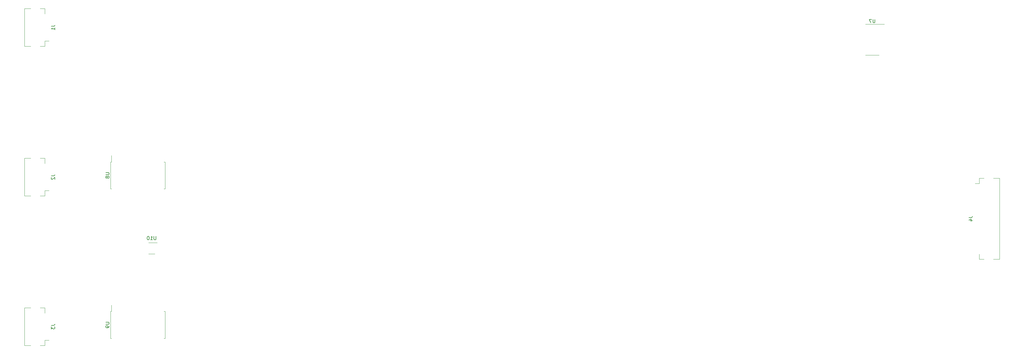
<source format=gbr>
%TF.GenerationSoftware,KiCad,Pcbnew,7.0.7*%
%TF.CreationDate,2024-03-28T21:46:40-04:00*%
%TF.ProjectId,midi-controller_pot-board_teensy,6d696469-2d63-46f6-9e74-726f6c6c6572,rev?*%
%TF.SameCoordinates,Original*%
%TF.FileFunction,Legend,Bot*%
%TF.FilePolarity,Positive*%
%FSLAX46Y46*%
G04 Gerber Fmt 4.6, Leading zero omitted, Abs format (unit mm)*
G04 Created by KiCad (PCBNEW 7.0.7) date 2024-03-28 21:46:40*
%MOMM*%
%LPD*%
G01*
G04 APERTURE LIST*
%ADD10C,0.150000*%
%ADD11C,0.120000*%
G04 APERTURE END LIST*
D10*
X120982819Y-192792095D02*
X121792342Y-192792095D01*
X121792342Y-192792095D02*
X121887580Y-192839714D01*
X121887580Y-192839714D02*
X121935200Y-192887333D01*
X121935200Y-192887333D02*
X121982819Y-192982571D01*
X121982819Y-192982571D02*
X121982819Y-193173047D01*
X121982819Y-193173047D02*
X121935200Y-193268285D01*
X121935200Y-193268285D02*
X121887580Y-193315904D01*
X121887580Y-193315904D02*
X121792342Y-193363523D01*
X121792342Y-193363523D02*
X120982819Y-193363523D01*
X121982819Y-193887333D02*
X121982819Y-194077809D01*
X121982819Y-194077809D02*
X121935200Y-194173047D01*
X121935200Y-194173047D02*
X121887580Y-194220666D01*
X121887580Y-194220666D02*
X121744723Y-194315904D01*
X121744723Y-194315904D02*
X121554247Y-194363523D01*
X121554247Y-194363523D02*
X121173295Y-194363523D01*
X121173295Y-194363523D02*
X121078057Y-194315904D01*
X121078057Y-194315904D02*
X121030438Y-194268285D01*
X121030438Y-194268285D02*
X120982819Y-194173047D01*
X120982819Y-194173047D02*
X120982819Y-193982571D01*
X120982819Y-193982571D02*
X121030438Y-193887333D01*
X121030438Y-193887333D02*
X121078057Y-193839714D01*
X121078057Y-193839714D02*
X121173295Y-193792095D01*
X121173295Y-193792095D02*
X121411390Y-193792095D01*
X121411390Y-193792095D02*
X121506628Y-193839714D01*
X121506628Y-193839714D02*
X121554247Y-193887333D01*
X121554247Y-193887333D02*
X121601866Y-193982571D01*
X121601866Y-193982571D02*
X121601866Y-194173047D01*
X121601866Y-194173047D02*
X121554247Y-194268285D01*
X121554247Y-194268285D02*
X121506628Y-194315904D01*
X121506628Y-194315904D02*
X121411390Y-194363523D01*
X135416094Y-168108819D02*
X135416094Y-168918342D01*
X135416094Y-168918342D02*
X135368475Y-169013580D01*
X135368475Y-169013580D02*
X135320856Y-169061200D01*
X135320856Y-169061200D02*
X135225618Y-169108819D01*
X135225618Y-169108819D02*
X135035142Y-169108819D01*
X135035142Y-169108819D02*
X134939904Y-169061200D01*
X134939904Y-169061200D02*
X134892285Y-169013580D01*
X134892285Y-169013580D02*
X134844666Y-168918342D01*
X134844666Y-168918342D02*
X134844666Y-168108819D01*
X133844666Y-169108819D02*
X134416094Y-169108819D01*
X134130380Y-169108819D02*
X134130380Y-168108819D01*
X134130380Y-168108819D02*
X134225618Y-168251676D01*
X134225618Y-168251676D02*
X134320856Y-168346914D01*
X134320856Y-168346914D02*
X134416094Y-168394533D01*
X133225618Y-168108819D02*
X133130380Y-168108819D01*
X133130380Y-168108819D02*
X133035142Y-168156438D01*
X133035142Y-168156438D02*
X132987523Y-168204057D01*
X132987523Y-168204057D02*
X132939904Y-168299295D01*
X132939904Y-168299295D02*
X132892285Y-168489771D01*
X132892285Y-168489771D02*
X132892285Y-168727866D01*
X132892285Y-168727866D02*
X132939904Y-168918342D01*
X132939904Y-168918342D02*
X132987523Y-169013580D01*
X132987523Y-169013580D02*
X133035142Y-169061200D01*
X133035142Y-169061200D02*
X133130380Y-169108819D01*
X133130380Y-169108819D02*
X133225618Y-169108819D01*
X133225618Y-169108819D02*
X133320856Y-169061200D01*
X133320856Y-169061200D02*
X133368475Y-169013580D01*
X133368475Y-169013580D02*
X133416094Y-168918342D01*
X133416094Y-168918342D02*
X133463713Y-168727866D01*
X133463713Y-168727866D02*
X133463713Y-168489771D01*
X133463713Y-168489771D02*
X133416094Y-168299295D01*
X133416094Y-168299295D02*
X133368475Y-168204057D01*
X133368475Y-168204057D02*
X133320856Y-168156438D01*
X133320856Y-168156438D02*
X133225618Y-168108819D01*
X105332819Y-150720666D02*
X106047104Y-150720666D01*
X106047104Y-150720666D02*
X106189961Y-150673047D01*
X106189961Y-150673047D02*
X106285200Y-150577809D01*
X106285200Y-150577809D02*
X106332819Y-150434952D01*
X106332819Y-150434952D02*
X106332819Y-150339714D01*
X105428057Y-151149238D02*
X105380438Y-151196857D01*
X105380438Y-151196857D02*
X105332819Y-151292095D01*
X105332819Y-151292095D02*
X105332819Y-151530190D01*
X105332819Y-151530190D02*
X105380438Y-151625428D01*
X105380438Y-151625428D02*
X105428057Y-151673047D01*
X105428057Y-151673047D02*
X105523295Y-151720666D01*
X105523295Y-151720666D02*
X105618533Y-151720666D01*
X105618533Y-151720666D02*
X105761390Y-151673047D01*
X105761390Y-151673047D02*
X106332819Y-151101619D01*
X106332819Y-151101619D02*
X106332819Y-151720666D01*
X105332819Y-193720666D02*
X106047104Y-193720666D01*
X106047104Y-193720666D02*
X106189961Y-193673047D01*
X106189961Y-193673047D02*
X106285200Y-193577809D01*
X106285200Y-193577809D02*
X106332819Y-193434952D01*
X106332819Y-193434952D02*
X106332819Y-193339714D01*
X105332819Y-194101619D02*
X105332819Y-194720666D01*
X105332819Y-194720666D02*
X105713771Y-194387333D01*
X105713771Y-194387333D02*
X105713771Y-194530190D01*
X105713771Y-194530190D02*
X105761390Y-194625428D01*
X105761390Y-194625428D02*
X105809009Y-194673047D01*
X105809009Y-194673047D02*
X105904247Y-194720666D01*
X105904247Y-194720666D02*
X106142342Y-194720666D01*
X106142342Y-194720666D02*
X106237580Y-194673047D01*
X106237580Y-194673047D02*
X106285200Y-194625428D01*
X106285200Y-194625428D02*
X106332819Y-194530190D01*
X106332819Y-194530190D02*
X106332819Y-194244476D01*
X106332819Y-194244476D02*
X106285200Y-194149238D01*
X106285200Y-194149238D02*
X106237580Y-194101619D01*
X341939904Y-105728819D02*
X341939904Y-106538342D01*
X341939904Y-106538342D02*
X341892285Y-106633580D01*
X341892285Y-106633580D02*
X341844666Y-106681200D01*
X341844666Y-106681200D02*
X341749428Y-106728819D01*
X341749428Y-106728819D02*
X341558952Y-106728819D01*
X341558952Y-106728819D02*
X341463714Y-106681200D01*
X341463714Y-106681200D02*
X341416095Y-106633580D01*
X341416095Y-106633580D02*
X341368476Y-106538342D01*
X341368476Y-106538342D02*
X341368476Y-105728819D01*
X340987523Y-105728819D02*
X340320857Y-105728819D01*
X340320857Y-105728819D02*
X340749428Y-106728819D01*
X105332819Y-107720666D02*
X106047104Y-107720666D01*
X106047104Y-107720666D02*
X106189961Y-107673047D01*
X106189961Y-107673047D02*
X106285200Y-107577809D01*
X106285200Y-107577809D02*
X106332819Y-107434952D01*
X106332819Y-107434952D02*
X106332819Y-107339714D01*
X106332819Y-108720666D02*
X106332819Y-108149238D01*
X106332819Y-108434952D02*
X105332819Y-108434952D01*
X105332819Y-108434952D02*
X105475676Y-108339714D01*
X105475676Y-108339714D02*
X105570914Y-108244476D01*
X105570914Y-108244476D02*
X105618533Y-108149238D01*
X368932819Y-162720666D02*
X369647104Y-162720666D01*
X369647104Y-162720666D02*
X369789961Y-162673047D01*
X369789961Y-162673047D02*
X369885200Y-162577809D01*
X369885200Y-162577809D02*
X369932819Y-162434952D01*
X369932819Y-162434952D02*
X369932819Y-162339714D01*
X369266152Y-163625428D02*
X369932819Y-163625428D01*
X368885200Y-163387333D02*
X369599485Y-163149238D01*
X369599485Y-163149238D02*
X369599485Y-163768285D01*
X120982819Y-149792095D02*
X121792342Y-149792095D01*
X121792342Y-149792095D02*
X121887580Y-149839714D01*
X121887580Y-149839714D02*
X121935200Y-149887333D01*
X121935200Y-149887333D02*
X121982819Y-149982571D01*
X121982819Y-149982571D02*
X121982819Y-150173047D01*
X121982819Y-150173047D02*
X121935200Y-150268285D01*
X121935200Y-150268285D02*
X121887580Y-150315904D01*
X121887580Y-150315904D02*
X121792342Y-150363523D01*
X121792342Y-150363523D02*
X120982819Y-150363523D01*
X121411390Y-150982571D02*
X121363771Y-150887333D01*
X121363771Y-150887333D02*
X121316152Y-150839714D01*
X121316152Y-150839714D02*
X121220914Y-150792095D01*
X121220914Y-150792095D02*
X121173295Y-150792095D01*
X121173295Y-150792095D02*
X121078057Y-150839714D01*
X121078057Y-150839714D02*
X121030438Y-150887333D01*
X121030438Y-150887333D02*
X120982819Y-150982571D01*
X120982819Y-150982571D02*
X120982819Y-151173047D01*
X120982819Y-151173047D02*
X121030438Y-151268285D01*
X121030438Y-151268285D02*
X121078057Y-151315904D01*
X121078057Y-151315904D02*
X121173295Y-151363523D01*
X121173295Y-151363523D02*
X121220914Y-151363523D01*
X121220914Y-151363523D02*
X121316152Y-151315904D01*
X121316152Y-151315904D02*
X121363771Y-151268285D01*
X121363771Y-151268285D02*
X121411390Y-151173047D01*
X121411390Y-151173047D02*
X121411390Y-150982571D01*
X121411390Y-150982571D02*
X121459009Y-150887333D01*
X121459009Y-150887333D02*
X121506628Y-150839714D01*
X121506628Y-150839714D02*
X121601866Y-150792095D01*
X121601866Y-150792095D02*
X121792342Y-150792095D01*
X121792342Y-150792095D02*
X121887580Y-150839714D01*
X121887580Y-150839714D02*
X121935200Y-150887333D01*
X121935200Y-150887333D02*
X121982819Y-150982571D01*
X121982819Y-150982571D02*
X121982819Y-151173047D01*
X121982819Y-151173047D02*
X121935200Y-151268285D01*
X121935200Y-151268285D02*
X121887580Y-151315904D01*
X121887580Y-151315904D02*
X121792342Y-151363523D01*
X121792342Y-151363523D02*
X121601866Y-151363523D01*
X121601866Y-151363523D02*
X121506628Y-151315904D01*
X121506628Y-151315904D02*
X121459009Y-151268285D01*
X121459009Y-151268285D02*
X121411390Y-151173047D01*
D11*
%TO.C,U9*%
X137988000Y-189694000D02*
X137723000Y-189694000D01*
X122633000Y-189694000D02*
X122633000Y-187879000D01*
X122368000Y-189694000D02*
X122633000Y-189694000D01*
X137988000Y-193554000D02*
X137988000Y-189694000D01*
X137988000Y-193554000D02*
X137988000Y-197414000D01*
X122368000Y-193554000D02*
X122368000Y-189694000D01*
X122368000Y-193554000D02*
X122368000Y-197414000D01*
X137988000Y-197414000D02*
X137723000Y-197414000D01*
X122368000Y-197414000D02*
X122633000Y-197414000D01*
%TO.C,U10*%
X135078000Y-173164000D02*
X133278000Y-173164000D01*
X133278000Y-169944000D02*
X135728000Y-169944000D01*
%TO.C,J2*%
X97678000Y-156454000D02*
X97678000Y-145654000D01*
X99418000Y-156454000D02*
X97678000Y-156454000D01*
X103478000Y-156454000D02*
X102138000Y-156454000D01*
X103478000Y-154964000D02*
X103478000Y-156454000D01*
X103478000Y-154964000D02*
X104678000Y-154964000D01*
X103478000Y-147144000D02*
X103478000Y-145654000D01*
X97678000Y-145654000D02*
X99418000Y-145654000D01*
X103478000Y-145654000D02*
X102138000Y-145654000D01*
%TO.C,J3*%
X97678000Y-199454000D02*
X97678000Y-188654000D01*
X99418000Y-199454000D02*
X97678000Y-199454000D01*
X103478000Y-199454000D02*
X102138000Y-199454000D01*
X103478000Y-197964000D02*
X103478000Y-199454000D01*
X103478000Y-197964000D02*
X104678000Y-197964000D01*
X103478000Y-190144000D02*
X103478000Y-188654000D01*
X97678000Y-188654000D02*
X99418000Y-188654000D01*
X103478000Y-188654000D02*
X102138000Y-188654000D01*
%TO.C,U7*%
X341178000Y-115989000D02*
X343128000Y-115989000D01*
X341178000Y-115989000D02*
X339228000Y-115989000D01*
X341178000Y-107119000D02*
X344628000Y-107119000D01*
X341178000Y-107119000D02*
X339228000Y-107119000D01*
%TO.C,J1*%
X97678000Y-113454000D02*
X97678000Y-102654000D01*
X99418000Y-113454000D02*
X97678000Y-113454000D01*
X103478000Y-113454000D02*
X102138000Y-113454000D01*
X103478000Y-111964000D02*
X103478000Y-113454000D01*
X103478000Y-111964000D02*
X104678000Y-111964000D01*
X103478000Y-104144000D02*
X103478000Y-102654000D01*
X97678000Y-102654000D02*
X99418000Y-102654000D01*
X103478000Y-102654000D02*
X102138000Y-102654000D01*
%TO.C,J4*%
X377678000Y-151404000D02*
X377678000Y-174704000D01*
X375938000Y-151404000D02*
X377678000Y-151404000D01*
X371878000Y-151404000D02*
X373218000Y-151404000D01*
X371878000Y-152894000D02*
X371878000Y-151404000D01*
X371878000Y-152894000D02*
X370678000Y-152894000D01*
X371878000Y-173214000D02*
X371878000Y-174704000D01*
X377678000Y-174704000D02*
X375938000Y-174704000D01*
X371878000Y-174704000D02*
X373218000Y-174704000D01*
%TO.C,U8*%
X137988000Y-146694000D02*
X137723000Y-146694000D01*
X122633000Y-146694000D02*
X122633000Y-144879000D01*
X122368000Y-146694000D02*
X122633000Y-146694000D01*
X137988000Y-150554000D02*
X137988000Y-146694000D01*
X137988000Y-150554000D02*
X137988000Y-154414000D01*
X122368000Y-150554000D02*
X122368000Y-146694000D01*
X122368000Y-150554000D02*
X122368000Y-154414000D01*
X137988000Y-154414000D02*
X137723000Y-154414000D01*
X122368000Y-154414000D02*
X122633000Y-154414000D01*
%TD*%
M02*

</source>
